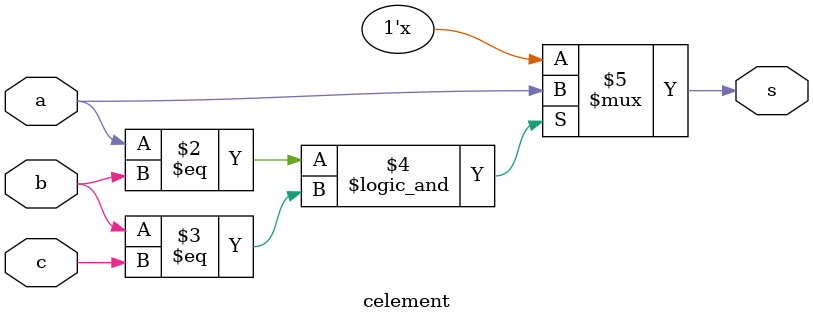
<source format=sv>
module celement(input  bit a, input  bit b, input  bit c, output  bit s);

always@(*) begin
	if(a==b && b==c) 
	#1ps s<=a;
end
endmodule

</source>
